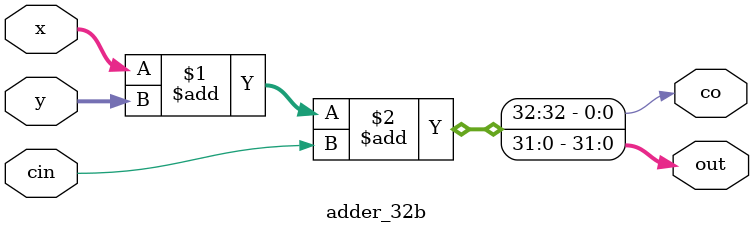
<source format=v>
`timescale 1ns / 1ps

module adder_32b(
    output [31:0] out,
    output co,
    input [31:0] x,
    input [31:0] y,
    input cin
    );

assign {co,out} = x + y + cin;
    
endmodule
</source>
